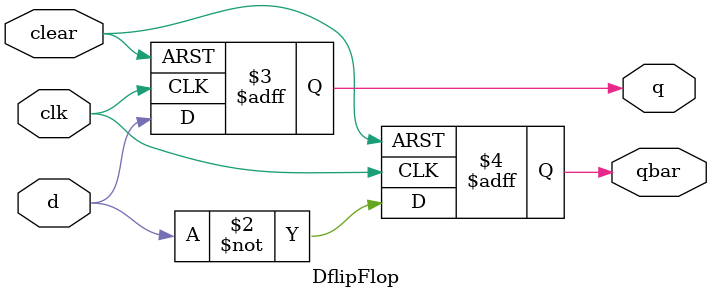
<source format=v>
`timescale 1ns / 1ps
module DflipFlop(
    input wire d,
    input wire clk,
    input wire clear,
    output reg q,
    output reg qbar
); 

always @(posedge clk or posedge clear) begin
    if (clear) begin
        q <= 0;
        qbar <= 1;
    end else begin
        q <= d; 
        qbar <= ~d; 
    end 
end 

endmodule
</source>
